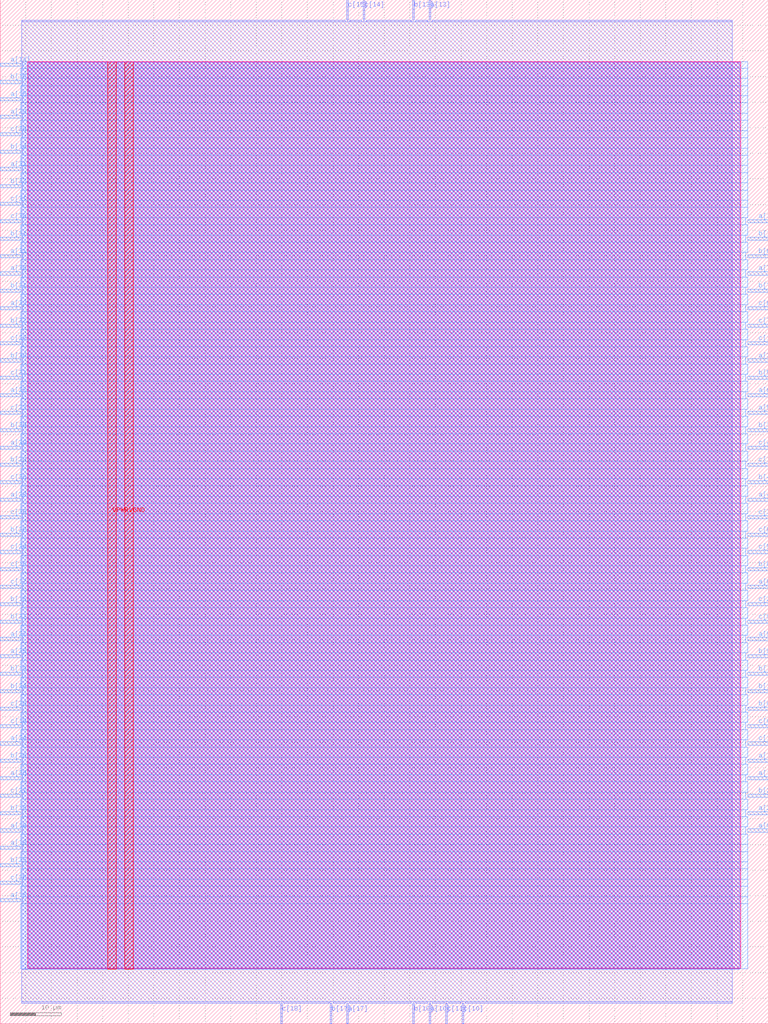
<source format=lef>
VERSION 5.7 ;
  NOWIREEXTENSIONATPIN ON ;
  DIVIDERCHAR "/" ;
  BUSBITCHARS "[]" ;
MACRO PC_Adder
  CLASS BLOCK ;
  FOREIGN PC_Adder ;
  ORIGIN 0.000 0.000 ;
  SIZE 150.000 BY 200.000 ;
  PIN VGND
    DIRECTION INOUT ;
    USE GROUND ;
    PORT
      LAYER met4 ;
        RECT 24.340 10.640 25.940 187.920 ;
    END
  END VGND
  PIN VPWR
    DIRECTION INOUT ;
    USE POWER ;
    PORT
      LAYER met4 ;
        RECT 21.040 10.640 22.640 187.920 ;
    END
  END VPWR
  PIN a[0]
    DIRECTION INPUT ;
    USE SIGNAL ;
    ANTENNAGATEAREA 0.196500 ;
    PORT
      LAYER met3 ;
        RECT 146.000 37.440 150.000 38.040 ;
    END
  END a[0]
  PIN a[10]
    DIRECTION INPUT ;
    USE SIGNAL ;
    ANTENNAGATEAREA 0.196500 ;
    PORT
      LAYER met2 ;
        RECT 83.810 0.000 84.090 4.000 ;
    END
  END a[10]
  PIN a[11]
    DIRECTION INPUT ;
    USE SIGNAL ;
    ANTENNAGATEAREA 0.196500 ;
    PORT
      LAYER met3 ;
        RECT 146.000 47.640 150.000 48.240 ;
    END
  END a[11]
  PIN a[12]
    DIRECTION INPUT ;
    USE SIGNAL ;
    ANTENNAGATEAREA 0.196500 ;
    PORT
      LAYER met3 ;
        RECT 146.000 156.440 150.000 157.040 ;
    END
  END a[12]
  PIN a[13]
    DIRECTION INPUT ;
    USE SIGNAL ;
    ANTENNAGATEAREA 0.196500 ;
    PORT
      LAYER met2 ;
        RECT 83.810 196.000 84.090 200.000 ;
    END
  END a[13]
  PIN a[14]
    DIRECTION INPUT ;
    USE SIGNAL ;
    ANTENNAGATEAREA 0.196500 ;
    PORT
      LAYER met3 ;
        RECT 0.000 187.040 4.000 187.640 ;
    END
  END a[14]
  PIN a[15]
    DIRECTION INPUT ;
    USE SIGNAL ;
    ANTENNAGATEAREA 0.196500 ;
    PORT
      LAYER met3 ;
        RECT 0.000 180.240 4.000 180.840 ;
    END
  END a[15]
  PIN a[16]
    DIRECTION INPUT ;
    USE SIGNAL ;
    ANTENNAGATEAREA 0.196500 ;
    PORT
      LAYER met3 ;
        RECT 0.000 23.840 4.000 24.440 ;
    END
  END a[16]
  PIN a[17]
    DIRECTION INPUT ;
    USE SIGNAL ;
    ANTENNAGATEAREA 0.196500 ;
    PORT
      LAYER met2 ;
        RECT 67.710 0.000 67.990 4.000 ;
    END
  END a[17]
  PIN a[18]
    DIRECTION INPUT ;
    USE SIGNAL ;
    ANTENNAGATEAREA 0.196500 ;
    PORT
      LAYER met3 ;
        RECT 0.000 34.040 4.000 34.640 ;
    END
  END a[18]
  PIN a[19]
    DIRECTION INPUT ;
    USE SIGNAL ;
    ANTENNAGATEAREA 0.196500 ;
    PORT
      LAYER met3 ;
        RECT 0.000 37.440 4.000 38.040 ;
    END
  END a[19]
  PIN a[1]
    DIRECTION INPUT ;
    USE SIGNAL ;
    ANTENNAGATEAREA 0.196500 ;
    PORT
      LAYER met3 ;
        RECT 146.000 51.040 150.000 51.640 ;
    END
  END a[1]
  PIN a[20]
    DIRECTION INPUT ;
    USE SIGNAL ;
    ANTENNAGATEAREA 0.196500 ;
    PORT
      LAYER met3 ;
        RECT 0.000 176.840 4.000 177.440 ;
    END
  END a[20]
  PIN a[21]
    DIRECTION INPUT ;
    USE SIGNAL ;
    ANTENNAGATEAREA 0.196500 ;
    PORT
      LAYER met3 ;
        RECT 0.000 166.640 4.000 167.240 ;
    END
  END a[21]
  PIN a[22]
    DIRECTION INPUT ;
    USE SIGNAL ;
    ANTENNAGATEAREA 0.196500 ;
    PORT
      LAYER met3 ;
        RECT 0.000 139.440 4.000 140.040 ;
    END
  END a[22]
  PIN a[23]
    DIRECTION INPUT ;
    USE SIGNAL ;
    ANTENNAGATEAREA 0.196500 ;
    PORT
      LAYER met3 ;
        RECT 0.000 122.440 4.000 123.040 ;
    END
  END a[23]
  PIN a[24]
    DIRECTION INPUT ;
    USE SIGNAL ;
    ANTENNAGATEAREA 0.196500 ;
    PORT
      LAYER met3 ;
        RECT 0.000 54.440 4.000 55.040 ;
    END
  END a[24]
  PIN a[25]
    DIRECTION INPUT ;
    USE SIGNAL ;
    ANTENNAGATEAREA 0.196500 ;
    PORT
      LAYER met3 ;
        RECT 0.000 71.440 4.000 72.040 ;
    END
  END a[25]
  PIN a[26]
    DIRECTION INPUT ;
    USE SIGNAL ;
    ANTENNAGATEAREA 0.196500 ;
    PORT
      LAYER met3 ;
        RECT 0.000 47.640 4.000 48.240 ;
    END
  END a[26]
  PIN a[27]
    DIRECTION INPUT ;
    USE SIGNAL ;
    ANTENNAGATEAREA 0.196500 ;
    PORT
      LAYER met3 ;
        RECT 0.000 74.840 4.000 75.440 ;
    END
  END a[27]
  PIN a[28]
    DIRECTION INPUT ;
    USE SIGNAL ;
    ANTENNAGATEAREA 0.196500 ;
    PORT
      LAYER met3 ;
        RECT 0.000 102.040 4.000 102.640 ;
    END
  END a[28]
  PIN a[29]
    DIRECTION INPUT ;
    USE SIGNAL ;
    ANTENNAGATEAREA 0.196500 ;
    PORT
      LAYER met3 ;
        RECT 0.000 112.240 4.000 112.840 ;
    END
  END a[29]
  PIN a[2]
    DIRECTION INPUT ;
    USE SIGNAL ;
    ANTENNAGATEAREA 0.196500 ;
    PORT
      LAYER met3 ;
        RECT 146.000 40.840 150.000 41.440 ;
    END
  END a[2]
  PIN a[30]
    DIRECTION INPUT ;
    USE SIGNAL ;
    ANTENNAGATEAREA 0.196500 ;
    PORT
      LAYER met3 ;
        RECT 0.000 146.240 4.000 146.840 ;
    END
  END a[30]
  PIN a[31]
    DIRECTION INPUT ;
    USE SIGNAL ;
    ANTENNAGATEAREA 0.196500 ;
    PORT
      LAYER met3 ;
        RECT 0.000 149.640 4.000 150.240 ;
    END
  END a[31]
  PIN a[3]
    DIRECTION INPUT ;
    USE SIGNAL ;
    ANTENNAGATEAREA 0.196500 ;
    PORT
      LAYER met3 ;
        RECT 146.000 129.240 150.000 129.840 ;
    END
  END a[3]
  PIN a[4]
    DIRECTION INPUT ;
    USE SIGNAL ;
    ANTENNAGATEAREA 0.196500 ;
    PORT
      LAYER met3 ;
        RECT 146.000 102.040 150.000 102.640 ;
    END
  END a[4]
  PIN a[5]
    DIRECTION INPUT ;
    USE SIGNAL ;
    ANTENNAGATEAREA 0.196500 ;
    PORT
      LAYER met3 ;
        RECT 146.000 119.040 150.000 119.640 ;
    END
  END a[5]
  PIN a[6]
    DIRECTION INPUT ;
    USE SIGNAL ;
    ANTENNAGATEAREA 0.196500 ;
    PORT
      LAYER met3 ;
        RECT 146.000 122.440 150.000 123.040 ;
    END
  END a[6]
  PIN a[7]
    DIRECTION INPUT ;
    USE SIGNAL ;
    ANTENNAGATEAREA 0.196500 ;
    PORT
      LAYER met3 ;
        RECT 146.000 146.240 150.000 146.840 ;
    END
  END a[7]
  PIN a[8]
    DIRECTION INPUT ;
    USE SIGNAL ;
    ANTENNAGATEAREA 0.196500 ;
    PORT
      LAYER met3 ;
        RECT 146.000 85.040 150.000 85.640 ;
    END
  END a[8]
  PIN a[9]
    DIRECTION INPUT ;
    USE SIGNAL ;
    ANTENNAGATEAREA 0.196500 ;
    PORT
      LAYER met3 ;
        RECT 146.000 74.840 150.000 75.440 ;
    END
  END a[9]
  PIN b[0]
    DIRECTION INPUT ;
    USE SIGNAL ;
    ANTENNAGATEAREA 0.196500 ;
    PORT
      LAYER met3 ;
        RECT 146.000 61.240 150.000 61.840 ;
    END
  END b[0]
  PIN b[10]
    DIRECTION INPUT ;
    USE SIGNAL ;
    ANTENNAGATEAREA 0.196500 ;
    PORT
      LAYER met2 ;
        RECT 80.590 0.000 80.870 4.000 ;
    END
  END b[10]
  PIN b[11]
    DIRECTION INPUT ;
    USE SIGNAL ;
    ANTENNAGATEAREA 0.196500 ;
    PORT
      LAYER met3 ;
        RECT 146.000 68.040 150.000 68.640 ;
    END
  END b[11]
  PIN b[12]
    DIRECTION INPUT ;
    USE SIGNAL ;
    ANTENNAGATEAREA 0.196500 ;
    PORT
      LAYER met3 ;
        RECT 146.000 153.040 150.000 153.640 ;
    END
  END b[12]
  PIN b[13]
    DIRECTION INPUT ;
    USE SIGNAL ;
    ANTENNAGATEAREA 0.196500 ;
    PORT
      LAYER met2 ;
        RECT 80.590 196.000 80.870 200.000 ;
    END
  END b[13]
  PIN b[14]
    DIRECTION INPUT ;
    USE SIGNAL ;
    ANTENNAGATEAREA 0.196500 ;
    PORT
      LAYER met3 ;
        RECT 0.000 170.040 4.000 170.640 ;
    END
  END b[14]
  PIN b[15]
    DIRECTION INPUT ;
    USE SIGNAL ;
    ANTENNAGATEAREA 0.196500 ;
    PORT
      LAYER met3 ;
        RECT 0.000 183.640 4.000 184.240 ;
    END
  END b[15]
  PIN b[16]
    DIRECTION INPUT ;
    USE SIGNAL ;
    ANTENNAGATEAREA 0.196500 ;
    PORT
      LAYER met3 ;
        RECT 0.000 81.640 4.000 82.240 ;
    END
  END b[16]
  PIN b[17]
    DIRECTION INPUT ;
    USE SIGNAL ;
    ANTENNAGATEAREA 0.196500 ;
    PORT
      LAYER met2 ;
        RECT 64.490 0.000 64.770 4.000 ;
    END
  END b[17]
  PIN b[18]
    DIRECTION INPUT ;
    USE SIGNAL ;
    ANTENNAGATEAREA 0.196500 ;
    PORT
      LAYER met3 ;
        RECT 0.000 40.840 4.000 41.440 ;
    END
  END b[18]
  PIN b[19]
    DIRECTION INPUT ;
    USE SIGNAL ;
    ANTENNAGATEAREA 0.196500 ;
    PORT
      LAYER met3 ;
        RECT 0.000 68.040 4.000 68.640 ;
    END
  END b[19]
  PIN b[1]
    DIRECTION INPUT ;
    USE SIGNAL ;
    ANTENNAGATEAREA 0.196500 ;
    PORT
      LAYER met3 ;
        RECT 146.000 64.640 150.000 65.240 ;
    END
  END b[1]
  PIN b[20]
    DIRECTION INPUT ;
    USE SIGNAL ;
    ANTENNAGATEAREA 0.196500 ;
    PORT
      LAYER met3 ;
        RECT 0.000 108.840 4.000 109.440 ;
    END
  END b[20]
  PIN b[21]
    DIRECTION INPUT ;
    USE SIGNAL ;
    ANTENNAGATEAREA 0.196500 ;
    PORT
      LAYER met3 ;
        RECT 0.000 142.840 4.000 143.440 ;
    END
  END b[21]
  PIN b[22]
    DIRECTION INPUT ;
    USE SIGNAL ;
    ANTENNAGATEAREA 0.196500 ;
    PORT
      LAYER met3 ;
        RECT 0.000 136.040 4.000 136.640 ;
    END
  END b[22]
  PIN b[23]
    DIRECTION INPUT ;
    USE SIGNAL ;
    ANTENNAGATEAREA 0.196500 ;
    PORT
      LAYER met3 ;
        RECT 0.000 163.240 4.000 163.840 ;
    END
  END b[23]
  PIN b[24]
    DIRECTION INPUT ;
    USE SIGNAL ;
    ANTENNAGATEAREA 0.196500 ;
    PORT
      LAYER met3 ;
        RECT 0.000 64.640 4.000 65.240 ;
    END
  END b[24]
  PIN b[25]
    DIRECTION INPUT ;
    USE SIGNAL ;
    ANTENNAGATEAREA 0.196500 ;
    PORT
      LAYER met3 ;
        RECT 0.000 30.640 4.000 31.240 ;
    END
  END b[25]
  PIN b[26]
    DIRECTION INPUT ;
    USE SIGNAL ;
    ANTENNAGATEAREA 0.196500 ;
    PORT
      LAYER met3 ;
        RECT 0.000 51.040 4.000 51.640 ;
    END
  END b[26]
  PIN b[27]
    DIRECTION INPUT ;
    USE SIGNAL ;
    ANTENNAGATEAREA 0.196500 ;
    PORT
      LAYER met3 ;
        RECT 0.000 78.240 4.000 78.840 ;
    END
  END b[27]
  PIN b[28]
    DIRECTION INPUT ;
    USE SIGNAL ;
    ANTENNAGATEAREA 0.196500 ;
    PORT
      LAYER met3 ;
        RECT 0.000 95.240 4.000 95.840 ;
    END
  END b[28]
  PIN b[29]
    DIRECTION INPUT ;
    USE SIGNAL ;
    ANTENNAGATEAREA 0.196500 ;
    PORT
      LAYER met3 ;
        RECT 0.000 115.640 4.000 116.240 ;
    END
  END b[29]
  PIN b[2]
    DIRECTION INPUT ;
    USE SIGNAL ;
    ANTENNAGATEAREA 0.196500 ;
    PORT
      LAYER met3 ;
        RECT 146.000 44.240 150.000 44.840 ;
    END
  END b[2]
  PIN b[30]
    DIRECTION INPUT ;
    USE SIGNAL ;
    ANTENNAGATEAREA 0.196500 ;
    PORT
      LAYER met3 ;
        RECT 0.000 129.240 4.000 129.840 ;
    END
  END b[30]
  PIN b[31]
    DIRECTION INPUT ;
    USE SIGNAL ;
    ANTENNAGATEAREA 0.196500 ;
    PORT
      LAYER met3 ;
        RECT 0.000 153.040 4.000 153.640 ;
    END
  END b[31]
  PIN b[3]
    DIRECTION INPUT ;
    USE SIGNAL ;
    ANTENNAGATEAREA 0.196500 ;
    PORT
      LAYER met3 ;
        RECT 146.000 115.640 150.000 116.240 ;
    END
  END b[3]
  PIN b[4]
    DIRECTION INPUT ;
    USE SIGNAL ;
    ANTENNAGATEAREA 0.196500 ;
    PORT
      LAYER met3 ;
        RECT 146.000 105.440 150.000 106.040 ;
    END
  END b[4]
  PIN b[5]
    DIRECTION INPUT ;
    USE SIGNAL ;
    ANTENNAGATEAREA 0.196500 ;
    PORT
      LAYER met3 ;
        RECT 146.000 125.840 150.000 126.440 ;
    END
  END b[5]
  PIN b[6]
    DIRECTION INPUT ;
    USE SIGNAL ;
    ANTENNAGATEAREA 0.196500 ;
    PORT
      LAYER met3 ;
        RECT 146.000 149.640 150.000 150.240 ;
    END
  END b[6]
  PIN b[7]
    DIRECTION INPUT ;
    USE SIGNAL ;
    ANTENNAGATEAREA 0.196500 ;
    PORT
      LAYER met3 ;
        RECT 146.000 142.840 150.000 143.440 ;
    END
  END b[7]
  PIN b[8]
    DIRECTION INPUT ;
    USE SIGNAL ;
    ANTENNAGATEAREA 0.196500 ;
    PORT
      LAYER met3 ;
        RECT 146.000 88.440 150.000 89.040 ;
    END
  END b[8]
  PIN b[9]
    DIRECTION INPUT ;
    USE SIGNAL ;
    ANTENNAGATEAREA 0.196500 ;
    PORT
      LAYER met3 ;
        RECT 146.000 71.440 150.000 72.040 ;
    END
  END b[9]
  PIN c[0]
    DIRECTION OUTPUT ;
    USE SIGNAL ;
    ANTENNADIFFAREA 0.445500 ;
    PORT
      LAYER met3 ;
        RECT 146.000 57.840 150.000 58.440 ;
    END
  END c[0]
  PIN c[10]
    DIRECTION OUTPUT ;
    USE SIGNAL ;
    ANTENNADIFFAREA 0.445500 ;
    PORT
      LAYER met2 ;
        RECT 90.250 0.000 90.530 4.000 ;
    END
  END c[10]
  PIN c[11]
    DIRECTION OUTPUT ;
    USE SIGNAL ;
    ANTENNADIFFAREA 0.445500 ;
    PORT
      LAYER met2 ;
        RECT 87.030 0.000 87.310 4.000 ;
    END
  END c[11]
  PIN c[12]
    DIRECTION OUTPUT ;
    USE SIGNAL ;
    ANTENNADIFFAREA 0.445500 ;
    PORT
      LAYER met3 ;
        RECT 146.000 108.840 150.000 109.440 ;
    END
  END c[12]
  PIN c[13]
    DIRECTION OUTPUT ;
    USE SIGNAL ;
    ANTENNADIFFAREA 0.445500 ;
    PORT
      LAYER met3 ;
        RECT 146.000 132.640 150.000 133.240 ;
    END
  END c[13]
  PIN c[14]
    DIRECTION OUTPUT ;
    USE SIGNAL ;
    ANTENNADIFFAREA 0.795200 ;
    PORT
      LAYER met2 ;
        RECT 70.930 196.000 71.210 200.000 ;
    END
  END c[14]
  PIN c[15]
    DIRECTION OUTPUT ;
    USE SIGNAL ;
    ANTENNADIFFAREA 0.795200 ;
    PORT
      LAYER met2 ;
        RECT 67.710 196.000 67.990 200.000 ;
    END
  END c[15]
  PIN c[16]
    DIRECTION OUTPUT ;
    USE SIGNAL ;
    ANTENNADIFFAREA 0.445500 ;
    PORT
      LAYER met3 ;
        RECT 0.000 88.440 4.000 89.040 ;
    END
  END c[16]
  PIN c[17]
    DIRECTION OUTPUT ;
    USE SIGNAL ;
    ANTENNADIFFAREA 0.445500 ;
    PORT
      LAYER met3 ;
        RECT 0.000 85.040 4.000 85.640 ;
    END
  END c[17]
  PIN c[18]
    DIRECTION OUTPUT ;
    USE SIGNAL ;
    ANTENNADIFFAREA 0.445500 ;
    PORT
      LAYER met2 ;
        RECT 54.830 0.000 55.110 4.000 ;
    END
  END c[18]
  PIN c[19]
    DIRECTION OUTPUT ;
    USE SIGNAL ;
    ANTENNADIFFAREA 0.445500 ;
    PORT
      LAYER met3 ;
        RECT 0.000 57.840 4.000 58.440 ;
    END
  END c[19]
  PIN c[1]
    DIRECTION OUTPUT ;
    USE SIGNAL ;
    ANTENNADIFFAREA 0.445500 ;
    PORT
      LAYER met3 ;
        RECT 146.000 54.440 150.000 55.040 ;
    END
  END c[1]
  PIN c[20]
    DIRECTION OUTPUT ;
    USE SIGNAL ;
    ANTENNADIFFAREA 0.445500 ;
    PORT
      LAYER met3 ;
        RECT 0.000 105.440 4.000 106.040 ;
    END
  END c[20]
  PIN c[21]
    DIRECTION OUTPUT ;
    USE SIGNAL ;
    ANTENNADIFFAREA 0.445500 ;
    PORT
      LAYER met3 ;
        RECT 0.000 125.840 4.000 126.440 ;
    END
  END c[21]
  PIN c[22]
    DIRECTION OUTPUT ;
    USE SIGNAL ;
    ANTENNADIFFAREA 0.445500 ;
    PORT
      LAYER met3 ;
        RECT 0.000 132.640 4.000 133.240 ;
    END
  END c[22]
  PIN c[23]
    DIRECTION OUTPUT ;
    USE SIGNAL ;
    ANTENNADIFFAREA 0.445500 ;
    PORT
      LAYER met3 ;
        RECT 0.000 119.040 4.000 119.640 ;
    END
  END c[23]
  PIN c[24]
    DIRECTION OUTPUT ;
    USE SIGNAL ;
    ANTENNADIFFAREA 0.445500 ;
    PORT
      LAYER met3 ;
        RECT 0.000 91.840 4.000 92.440 ;
    END
  END c[24]
  PIN c[25]
    DIRECTION OUTPUT ;
    USE SIGNAL ;
    ANTENNADIFFAREA 0.445500 ;
    PORT
      LAYER met3 ;
        RECT 0.000 27.240 4.000 27.840 ;
    END
  END c[25]
  PIN c[26]
    DIRECTION OUTPUT ;
    USE SIGNAL ;
    ANTENNADIFFAREA 0.445500 ;
    PORT
      LAYER met3 ;
        RECT 0.000 61.240 4.000 61.840 ;
    END
  END c[26]
  PIN c[27]
    DIRECTION OUTPUT ;
    USE SIGNAL ;
    ANTENNADIFFAREA 0.445500 ;
    PORT
      LAYER met3 ;
        RECT 0.000 44.240 4.000 44.840 ;
    END
  END c[27]
  PIN c[28]
    DIRECTION OUTPUT ;
    USE SIGNAL ;
    ANTENNADIFFAREA 0.445500 ;
    PORT
      LAYER met3 ;
        RECT 0.000 98.640 4.000 99.240 ;
    END
  END c[28]
  PIN c[29]
    DIRECTION OUTPUT ;
    USE SIGNAL ;
    ANTENNADIFFAREA 0.445500 ;
    PORT
      LAYER met3 ;
        RECT 0.000 173.440 4.000 174.040 ;
    END
  END c[29]
  PIN c[2]
    DIRECTION OUTPUT ;
    USE SIGNAL ;
    ANTENNADIFFAREA 0.445500 ;
    PORT
      LAYER met3 ;
        RECT 146.000 81.640 150.000 82.240 ;
    END
  END c[2]
  PIN c[30]
    DIRECTION OUTPUT ;
    USE SIGNAL ;
    ANTENNADIFFAREA 0.445500 ;
    PORT
      LAYER met3 ;
        RECT 0.000 156.440 4.000 157.040 ;
    END
  END c[30]
  PIN c[31]
    DIRECTION OUTPUT ;
    USE SIGNAL ;
    ANTENNADIFFAREA 0.445500 ;
    PORT
      LAYER met3 ;
        RECT 0.000 159.840 4.000 160.440 ;
    END
  END c[31]
  PIN c[3]
    DIRECTION OUTPUT ;
    USE SIGNAL ;
    ANTENNADIFFAREA 0.445500 ;
    PORT
      LAYER met3 ;
        RECT 146.000 98.640 150.000 99.240 ;
    END
  END c[3]
  PIN c[4]
    DIRECTION OUTPUT ;
    USE SIGNAL ;
    ANTENNADIFFAREA 0.445500 ;
    PORT
      LAYER met3 ;
        RECT 146.000 112.240 150.000 112.840 ;
    END
  END c[4]
  PIN c[5]
    DIRECTION OUTPUT ;
    USE SIGNAL ;
    ANTENNADIFFAREA 0.445500 ;
    PORT
      LAYER met3 ;
        RECT 146.000 91.840 150.000 92.440 ;
    END
  END c[5]
  PIN c[6]
    DIRECTION OUTPUT ;
    USE SIGNAL ;
    ANTENNADIFFAREA 0.445500 ;
    PORT
      LAYER met3 ;
        RECT 146.000 139.440 150.000 140.040 ;
    END
  END c[6]
  PIN c[7]
    DIRECTION OUTPUT ;
    USE SIGNAL ;
    ANTENNADIFFAREA 0.445500 ;
    PORT
      LAYER met3 ;
        RECT 146.000 136.040 150.000 136.640 ;
    END
  END c[7]
  PIN c[8]
    DIRECTION OUTPUT ;
    USE SIGNAL ;
    ANTENNADIFFAREA 0.445500 ;
    PORT
      LAYER met3 ;
        RECT 146.000 95.240 150.000 95.840 ;
    END
  END c[8]
  PIN c[9]
    DIRECTION OUTPUT ;
    USE SIGNAL ;
    ANTENNADIFFAREA 0.445500 ;
    PORT
      LAYER met3 ;
        RECT 146.000 78.240 150.000 78.840 ;
    END
  END c[9]
  OBS
      LAYER nwell ;
        RECT 5.330 10.795 144.630 187.870 ;
      LAYER li1 ;
        RECT 5.520 10.795 144.440 187.765 ;
      LAYER met1 ;
        RECT 4.210 10.640 144.440 187.920 ;
      LAYER met2 ;
        RECT 4.230 195.720 67.430 196.000 ;
        RECT 68.270 195.720 70.650 196.000 ;
        RECT 71.490 195.720 80.310 196.000 ;
        RECT 81.150 195.720 83.530 196.000 ;
        RECT 84.370 195.720 142.970 196.000 ;
        RECT 4.230 4.280 142.970 195.720 ;
        RECT 4.230 4.000 54.550 4.280 ;
        RECT 55.390 4.000 64.210 4.280 ;
        RECT 65.050 4.000 67.430 4.280 ;
        RECT 68.270 4.000 80.310 4.280 ;
        RECT 81.150 4.000 83.530 4.280 ;
        RECT 84.370 4.000 86.750 4.280 ;
        RECT 87.590 4.000 89.970 4.280 ;
        RECT 90.810 4.000 142.970 4.280 ;
      LAYER met3 ;
        RECT 4.400 186.640 146.000 187.845 ;
        RECT 3.990 184.640 146.000 186.640 ;
        RECT 4.400 183.240 146.000 184.640 ;
        RECT 3.990 181.240 146.000 183.240 ;
        RECT 4.400 179.840 146.000 181.240 ;
        RECT 3.990 177.840 146.000 179.840 ;
        RECT 4.400 176.440 146.000 177.840 ;
        RECT 3.990 174.440 146.000 176.440 ;
        RECT 4.400 173.040 146.000 174.440 ;
        RECT 3.990 171.040 146.000 173.040 ;
        RECT 4.400 169.640 146.000 171.040 ;
        RECT 3.990 167.640 146.000 169.640 ;
        RECT 4.400 166.240 146.000 167.640 ;
        RECT 3.990 164.240 146.000 166.240 ;
        RECT 4.400 162.840 146.000 164.240 ;
        RECT 3.990 160.840 146.000 162.840 ;
        RECT 4.400 159.440 146.000 160.840 ;
        RECT 3.990 157.440 146.000 159.440 ;
        RECT 4.400 156.040 145.600 157.440 ;
        RECT 3.990 154.040 146.000 156.040 ;
        RECT 4.400 152.640 145.600 154.040 ;
        RECT 3.990 150.640 146.000 152.640 ;
        RECT 4.400 149.240 145.600 150.640 ;
        RECT 3.990 147.240 146.000 149.240 ;
        RECT 4.400 145.840 145.600 147.240 ;
        RECT 3.990 143.840 146.000 145.840 ;
        RECT 4.400 142.440 145.600 143.840 ;
        RECT 3.990 140.440 146.000 142.440 ;
        RECT 4.400 139.040 145.600 140.440 ;
        RECT 3.990 137.040 146.000 139.040 ;
        RECT 4.400 135.640 145.600 137.040 ;
        RECT 3.990 133.640 146.000 135.640 ;
        RECT 4.400 132.240 145.600 133.640 ;
        RECT 3.990 130.240 146.000 132.240 ;
        RECT 4.400 128.840 145.600 130.240 ;
        RECT 3.990 126.840 146.000 128.840 ;
        RECT 4.400 125.440 145.600 126.840 ;
        RECT 3.990 123.440 146.000 125.440 ;
        RECT 4.400 122.040 145.600 123.440 ;
        RECT 3.990 120.040 146.000 122.040 ;
        RECT 4.400 118.640 145.600 120.040 ;
        RECT 3.990 116.640 146.000 118.640 ;
        RECT 4.400 115.240 145.600 116.640 ;
        RECT 3.990 113.240 146.000 115.240 ;
        RECT 4.400 111.840 145.600 113.240 ;
        RECT 3.990 109.840 146.000 111.840 ;
        RECT 4.400 108.440 145.600 109.840 ;
        RECT 3.990 106.440 146.000 108.440 ;
        RECT 4.400 105.040 145.600 106.440 ;
        RECT 3.990 103.040 146.000 105.040 ;
        RECT 4.400 101.640 145.600 103.040 ;
        RECT 3.990 99.640 146.000 101.640 ;
        RECT 4.400 98.240 145.600 99.640 ;
        RECT 3.990 96.240 146.000 98.240 ;
        RECT 4.400 94.840 145.600 96.240 ;
        RECT 3.990 92.840 146.000 94.840 ;
        RECT 4.400 91.440 145.600 92.840 ;
        RECT 3.990 89.440 146.000 91.440 ;
        RECT 4.400 88.040 145.600 89.440 ;
        RECT 3.990 86.040 146.000 88.040 ;
        RECT 4.400 84.640 145.600 86.040 ;
        RECT 3.990 82.640 146.000 84.640 ;
        RECT 4.400 81.240 145.600 82.640 ;
        RECT 3.990 79.240 146.000 81.240 ;
        RECT 4.400 77.840 145.600 79.240 ;
        RECT 3.990 75.840 146.000 77.840 ;
        RECT 4.400 74.440 145.600 75.840 ;
        RECT 3.990 72.440 146.000 74.440 ;
        RECT 4.400 71.040 145.600 72.440 ;
        RECT 3.990 69.040 146.000 71.040 ;
        RECT 4.400 67.640 145.600 69.040 ;
        RECT 3.990 65.640 146.000 67.640 ;
        RECT 4.400 64.240 145.600 65.640 ;
        RECT 3.990 62.240 146.000 64.240 ;
        RECT 4.400 60.840 145.600 62.240 ;
        RECT 3.990 58.840 146.000 60.840 ;
        RECT 4.400 57.440 145.600 58.840 ;
        RECT 3.990 55.440 146.000 57.440 ;
        RECT 4.400 54.040 145.600 55.440 ;
        RECT 3.990 52.040 146.000 54.040 ;
        RECT 4.400 50.640 145.600 52.040 ;
        RECT 3.990 48.640 146.000 50.640 ;
        RECT 4.400 47.240 145.600 48.640 ;
        RECT 3.990 45.240 146.000 47.240 ;
        RECT 4.400 43.840 145.600 45.240 ;
        RECT 3.990 41.840 146.000 43.840 ;
        RECT 4.400 40.440 145.600 41.840 ;
        RECT 3.990 38.440 146.000 40.440 ;
        RECT 4.400 37.040 145.600 38.440 ;
        RECT 3.990 35.040 146.000 37.040 ;
        RECT 4.400 33.640 146.000 35.040 ;
        RECT 3.990 31.640 146.000 33.640 ;
        RECT 4.400 30.240 146.000 31.640 ;
        RECT 3.990 28.240 146.000 30.240 ;
        RECT 4.400 26.840 146.000 28.240 ;
        RECT 3.990 24.840 146.000 26.840 ;
        RECT 4.400 23.440 146.000 24.840 ;
        RECT 3.990 10.715 146.000 23.440 ;
  END
END PC_Adder
END LIBRARY


</source>
